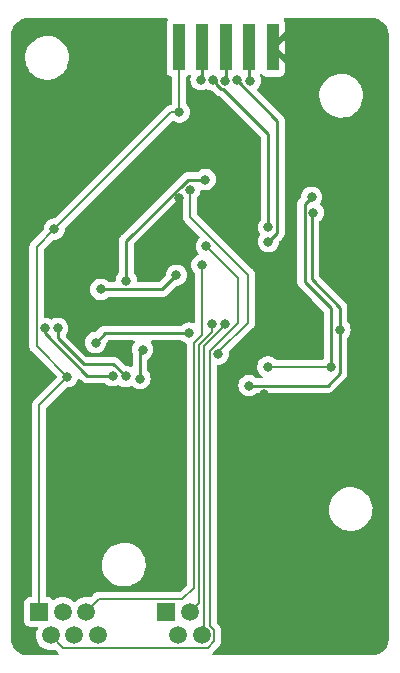
<source format=gbr>
%TF.GenerationSoftware,KiCad,Pcbnew,7.0.8-7.0.8~ubuntu22.04.1*%
%TF.CreationDate,2023-10-22T09:32:13-04:00*%
%TF.ProjectId,DDRN_Hardware,4444524e-5f48-4617-9264-776172652e6b,rev?*%
%TF.SameCoordinates,Original*%
%TF.FileFunction,Copper,L2,Bot*%
%TF.FilePolarity,Positive*%
%FSLAX46Y46*%
G04 Gerber Fmt 4.6, Leading zero omitted, Abs format (unit mm)*
G04 Created by KiCad (PCBNEW 7.0.8-7.0.8~ubuntu22.04.1) date 2023-10-22 09:32:13*
%MOMM*%
%LPD*%
G01*
G04 APERTURE LIST*
%TA.AperFunction,SMDPad,CuDef*%
%ADD10R,1.000000X4.000000*%
%TD*%
%TA.AperFunction,ComponentPad*%
%ADD11R,1.500000X1.500000*%
%TD*%
%TA.AperFunction,ComponentPad*%
%ADD12C,1.500000*%
%TD*%
%TA.AperFunction,ViaPad*%
%ADD13C,0.800000*%
%TD*%
%TA.AperFunction,Conductor*%
%ADD14C,0.200000*%
%TD*%
%TA.AperFunction,Conductor*%
%ADD15C,0.250000*%
%TD*%
G04 APERTURE END LIST*
D10*
%TO.P,J8,6,Pin_6*%
%TO.N,GND*%
X76290000Y-93935000D03*
%TO.P,J8,7,Pin_7*%
%TO.N,/USB_RX*%
X74290000Y-93935000D03*
%TO.P,J8,8,Pin_8*%
%TO.N,/USB_TX*%
X72290000Y-93935000D03*
%TO.P,J8,9,Pin_9*%
%TO.N,/RST*%
X70290000Y-93935000D03*
%TO.P,J8,10,Pin_10*%
%TO.N,/3v3*%
X68290000Y-93935000D03*
%TD*%
D11*
%TO.P,J5,1,Pin_1*%
%TO.N,/3v3*%
X56462500Y-141750000D03*
D12*
%TO.P,J5,2,Pin_2*%
%TO.N,/SiPM_Temp*%
X57462500Y-143750000D03*
%TO.P,J5,3,Pin_3*%
%TO.N,/SiPM_Bias*%
X58462500Y-141750000D03*
%TO.P,J5,4,Pin_4*%
%TO.N,GND*%
X59462500Y-143750000D03*
%TO.P,J5,5,Pin_5*%
%TO.N,/SiPM_Signal*%
X60462500Y-141750000D03*
%TO.P,J5,6,Pin_6*%
%TO.N,/V_BAT*%
X61462500Y-143750000D03*
%TD*%
%TO.P,J4,4,Pin_4*%
%TO.N,/Anneal_Enable*%
X70262500Y-143750000D03*
%TO.P,J4,3,Pin_3*%
%TO.N,/Stim_Enable*%
X69262500Y-141750000D03*
%TO.P,J4,2,Pin_2*%
%TO.N,GND*%
X68262500Y-143750000D03*
D11*
%TO.P,J4,1,Pin_1*%
%TO.N,/V_BAT*%
X67262500Y-141750000D03*
%TD*%
D13*
%TO.N,GND*%
X67662500Y-119650000D03*
%TO.N,/3v3*%
X69162500Y-118150000D03*
X61262500Y-118950000D03*
%TO.N,GND*%
X80462500Y-125350000D03*
X56062500Y-105650000D03*
%TO.N,/3v3*%
X68362500Y-99450000D03*
X57762500Y-109350000D03*
X58862500Y-121850000D03*
%TO.N,GND*%
X68300000Y-106700000D03*
X72200000Y-124950000D03*
X75400000Y-111700000D03*
X84400000Y-121300000D03*
X75550000Y-123350000D03*
X60462500Y-135150000D03*
%TO.N,/SiPM_Temp*%
X70650000Y-110800000D03*
%TO.N,/SiPM_Signal*%
X70250000Y-112400000D03*
%TO.N,/MISO*%
X68100000Y-113250000D03*
%TO.N,/ACCEL_INT*%
X69250000Y-106000000D03*
%TO.N,/Stim_Enable*%
X71150000Y-117350000D03*
%TO.N,/Anneal_Enable*%
X72250000Y-117350000D03*
%TO.N,GND*%
X67624258Y-116860856D03*
X79600000Y-117000000D03*
%TO.N,/SCL*%
X81950000Y-117850000D03*
X79675000Y-107950000D03*
X74250000Y-122600000D03*
%TO.N,/SDA*%
X79550000Y-106650000D03*
X75850000Y-121000000D03*
X81225000Y-121000000D03*
%TO.N,/ACCEL_INT*%
X71664950Y-119925000D03*
%TO.N,GND*%
X76050000Y-118100000D03*
X63150000Y-106700000D03*
%TO.N,/SWDIO*%
X75900000Y-110400000D03*
X73200000Y-96750000D03*
%TO.N,/SWCLK*%
X75900000Y-109200000D03*
X71192111Y-96751456D03*
%TO.N,/USB_RX*%
X74346971Y-96777794D03*
%TO.N,/USB_TX*%
X72191988Y-96767294D03*
%TO.N,/RST*%
X70193930Y-96691140D03*
%TO.N,/MISO*%
X61700000Y-114450000D03*
%TO.N,/MOSI*%
X63850000Y-113700000D03*
X70550000Y-105150000D03*
%TO.N,/Bias_CS*%
X65250113Y-119550000D03*
X65016958Y-121999504D03*
%TO.N,/SCK*%
X58050000Y-117750000D03*
X63800000Y-121822120D03*
%TO.N,/MOSI*%
X62712347Y-121759773D03*
X56962500Y-117750000D03*
%TD*%
D14*
%TO.N,/3v3*%
X58862500Y-121850000D02*
X56462500Y-124250000D01*
X56462500Y-124250000D02*
X56462500Y-141750000D01*
%TO.N,/SiPM_Temp*%
X58512500Y-144800000D02*
X70062500Y-144800000D01*
X71312500Y-144250000D02*
X70762500Y-144800000D01*
X70937580Y-119662420D02*
X70937580Y-142946824D01*
X70937580Y-142946824D02*
X71312500Y-143321744D01*
X71312500Y-143321744D02*
X71312500Y-144250000D01*
X70762500Y-144800000D02*
X70062500Y-144800000D01*
X57462500Y-143750000D02*
X58512500Y-144800000D01*
%TO.N,/Anneal_Enable*%
X70262500Y-143750000D02*
X70450000Y-143562500D01*
X70450000Y-143562500D02*
X70450000Y-119284314D01*
%TO.N,/SiPM_Signal*%
X69600000Y-138100000D02*
X69600000Y-137950000D01*
X69600000Y-137950000D02*
X69600000Y-119002943D01*
X60462500Y-141750000D02*
X61512500Y-140700000D01*
X61512500Y-140700000D02*
X68612500Y-140700000D01*
X68612500Y-140700000D02*
X69600000Y-139712500D01*
X69600000Y-139712500D02*
X69600000Y-137950000D01*
%TO.N,/Stim_Enable*%
X69262500Y-141750000D02*
X70050000Y-140962500D01*
X70050000Y-140962500D02*
X70050000Y-119118629D01*
X70050000Y-119118629D02*
X71150000Y-118018629D01*
X71150000Y-118018629D02*
X71150000Y-117350000D01*
D15*
%TO.N,/3v3*%
X62062500Y-118150000D02*
X61262500Y-118950000D01*
X69162500Y-118150000D02*
X62062500Y-118150000D01*
D14*
X68290000Y-93935000D02*
X68290000Y-99377500D01*
X68290000Y-99377500D02*
X68362500Y-99450000D01*
X57762500Y-109350000D02*
X67662500Y-99450000D01*
X67662500Y-99450000D02*
X68362500Y-99450000D01*
D15*
%TO.N,/MOSI*%
X56962500Y-118162500D02*
X56962500Y-117750000D01*
D14*
%TO.N,/3v3*%
X56262500Y-110850000D02*
X57762500Y-109350000D01*
D15*
%TO.N,/MOSI*%
X62712347Y-121759773D02*
X60559773Y-121759773D01*
D14*
%TO.N,/3v3*%
X56262500Y-119250000D02*
X56262500Y-110850000D01*
D15*
%TO.N,/MOSI*%
X60559773Y-121759773D02*
X56962500Y-118162500D01*
D14*
%TO.N,/3v3*%
X58862500Y-121850000D02*
X56262500Y-119250000D01*
%TO.N,/SiPM_Signal*%
X69600000Y-119002943D02*
X70250000Y-118352943D01*
%TO.N,/SiPM_Temp*%
X70937580Y-119662420D02*
X73300000Y-117300000D01*
X73300000Y-117300000D02*
X73300000Y-113450000D01*
X73300000Y-113450000D02*
X70650000Y-110800000D01*
%TO.N,/ACCEL_INT*%
X74150000Y-117300000D02*
X71664950Y-119785050D01*
X71664950Y-119785050D02*
X71664950Y-119925000D01*
%TO.N,/Anneal_Enable*%
X72250000Y-117350000D02*
X72250000Y-117484314D01*
%TO.N,/ACCEL_INT*%
X74150000Y-113200000D02*
X74150000Y-117300000D01*
X69250000Y-106000000D02*
X69250000Y-108300000D01*
%TO.N,/SiPM_Signal*%
X70250000Y-112400000D02*
X70250000Y-118352943D01*
%TO.N,/ACCEL_INT*%
X69250000Y-108300000D02*
X74150000Y-113200000D01*
%TO.N,/Anneal_Enable*%
X72250000Y-117484314D02*
X70450000Y-119284314D01*
D15*
%TO.N,/MISO*%
X61700000Y-114450000D02*
X66900000Y-114450000D01*
X66900000Y-114450000D02*
X68100000Y-113250000D01*
%TO.N,/MOSI*%
X69074695Y-105150000D02*
X70550000Y-105150000D01*
X63850000Y-113700000D02*
X63850000Y-110374695D01*
X63850000Y-110374695D02*
X69074695Y-105150000D01*
%TO.N,/Bias_CS*%
X65016958Y-121999504D02*
X65016958Y-119783155D01*
X65016958Y-119783155D02*
X65250113Y-119550000D01*
%TO.N,/SDA*%
X78950000Y-107250000D02*
X78950000Y-113800000D01*
X79550000Y-106650000D02*
X78950000Y-107250000D01*
X78950000Y-113800000D02*
X81200000Y-116050000D01*
%TO.N,/SCL*%
X81950000Y-121550000D02*
X80900000Y-122600000D01*
%TO.N,/SDA*%
X81200000Y-116050000D02*
X81200000Y-120975000D01*
X81200000Y-120975000D02*
X81225000Y-121000000D01*
D14*
X75850000Y-121000000D02*
X77900000Y-121000000D01*
X77900000Y-121000000D02*
X81225000Y-121000000D01*
D15*
%TO.N,/SCL*%
X81950000Y-117850000D02*
X81950000Y-121550000D01*
X79550000Y-113600000D02*
X81950000Y-116000000D01*
X81950000Y-116000000D02*
X81950000Y-117850000D01*
X79550000Y-113600000D02*
X79550000Y-108075000D01*
X79550000Y-108075000D02*
X79675000Y-107950000D01*
X74250000Y-122600000D02*
X80900000Y-122600000D01*
%TO.N,/SWCLK*%
X72089027Y-97492294D02*
X71891683Y-97492294D01*
%TO.N,/SWDIO*%
X76650000Y-100200000D02*
X76650000Y-107450000D01*
%TO.N,/USB_RX*%
X74290000Y-96720823D02*
X74346971Y-96777794D01*
%TO.N,/USB_TX*%
X72290000Y-96669282D02*
X72191988Y-96767294D01*
%TO.N,/SWCLK*%
X71348189Y-96751456D02*
X71192111Y-96751456D01*
%TO.N,/SWDIO*%
X73200000Y-96750000D02*
X76650000Y-100200000D01*
X76650000Y-107450000D02*
X76650000Y-109650000D01*
%TO.N,/SWCLK*%
X71466988Y-96870255D02*
X71348189Y-96751456D01*
X75900000Y-101303267D02*
X72089027Y-97492294D01*
%TO.N,/USB_TX*%
X72290000Y-93935000D02*
X72290000Y-96669282D01*
%TO.N,/SWCLK*%
X71891683Y-97492294D02*
X71466988Y-97067599D01*
X75900000Y-109200000D02*
X75900000Y-101303267D01*
%TO.N,/SWDIO*%
X76650000Y-109650000D02*
X75900000Y-110400000D01*
%TO.N,/USB_RX*%
X74290000Y-93935000D02*
X74290000Y-96720823D01*
%TO.N,/RST*%
X70290000Y-93935000D02*
X70290000Y-96595070D01*
%TO.N,/SWCLK*%
X71466988Y-97067599D02*
X71466988Y-96870255D01*
%TO.N,/RST*%
X70290000Y-96595070D02*
X70193930Y-96691140D01*
%TO.N,/SCK*%
X62777880Y-120800000D02*
X63800000Y-121822120D01*
X58050000Y-118600000D02*
X60250000Y-120800000D01*
X58050000Y-117750000D02*
X58050000Y-118600000D01*
X60250000Y-120800000D02*
X62777880Y-120800000D01*
%TD*%
%TA.AperFunction,Conductor*%
%TO.N,GND*%
G36*
X67347183Y-91469685D02*
G01*
X67392938Y-91522489D01*
X67402882Y-91591647D01*
X67379410Y-91648311D01*
X67376997Y-91651535D01*
X67346204Y-91692668D01*
X67346202Y-91692671D01*
X67295908Y-91827517D01*
X67289501Y-91887116D01*
X67289500Y-91887135D01*
X67289500Y-95982870D01*
X67289501Y-95982876D01*
X67295908Y-96042483D01*
X67346202Y-96177328D01*
X67346206Y-96177335D01*
X67432452Y-96292544D01*
X67432455Y-96292547D01*
X67547664Y-96378793D01*
X67547669Y-96378796D01*
X67608833Y-96401608D01*
X67664766Y-96443478D01*
X67689184Y-96508942D01*
X67689500Y-96517790D01*
X67689500Y-98732018D01*
X67669815Y-98799057D01*
X67617011Y-98844812D01*
X67581686Y-98854957D01*
X67526787Y-98862184D01*
X67505738Y-98864956D01*
X67505737Y-98864956D01*
X67359657Y-98925464D01*
X67234219Y-99021716D01*
X67212519Y-99049994D01*
X67207168Y-99056096D01*
X57850084Y-108413181D01*
X57788761Y-108446666D01*
X57762403Y-108449500D01*
X57667854Y-108449500D01*
X57635397Y-108456398D01*
X57482697Y-108488855D01*
X57482692Y-108488857D01*
X57309770Y-108565848D01*
X57309765Y-108565851D01*
X57156629Y-108677111D01*
X57029966Y-108817785D01*
X56935321Y-108981715D01*
X56935318Y-108981722D01*
X56876827Y-109161740D01*
X56876826Y-109161744D01*
X56857040Y-109350000D01*
X56857040Y-109350002D01*
X56857040Y-109354862D01*
X56837355Y-109421901D01*
X56820721Y-109442543D01*
X55868596Y-110394668D01*
X55862494Y-110400019D01*
X55834220Y-110421715D01*
X55745350Y-110537533D01*
X55737963Y-110547160D01*
X55677456Y-110693237D01*
X55677455Y-110693239D01*
X55656818Y-110849998D01*
X55656818Y-110849999D01*
X55661469Y-110885326D01*
X55662000Y-110893428D01*
X55662000Y-119206571D01*
X55661469Y-119214673D01*
X55656818Y-119249999D01*
X55656818Y-119250000D01*
X55662000Y-119289360D01*
X55677455Y-119406760D01*
X55677456Y-119406762D01*
X55737964Y-119552841D01*
X55834218Y-119678282D01*
X55862495Y-119699980D01*
X55868585Y-119705320D01*
X56949407Y-120786142D01*
X57920721Y-121757456D01*
X57954206Y-121818779D01*
X57957040Y-121845137D01*
X57957040Y-121854862D01*
X57937355Y-121921901D01*
X57920721Y-121942543D01*
X56068596Y-123794668D01*
X56062493Y-123800020D01*
X56034219Y-123821716D01*
X56010050Y-123853215D01*
X55937961Y-123947162D01*
X55937961Y-123947163D01*
X55877457Y-124093234D01*
X55877455Y-124093239D01*
X55856818Y-124249998D01*
X55856818Y-124249999D01*
X55861469Y-124285326D01*
X55862000Y-124293428D01*
X55862000Y-140375500D01*
X55842315Y-140442539D01*
X55789511Y-140488294D01*
X55738002Y-140499500D01*
X55664630Y-140499500D01*
X55664623Y-140499501D01*
X55605016Y-140505908D01*
X55470171Y-140556202D01*
X55470164Y-140556206D01*
X55354955Y-140642452D01*
X55354952Y-140642455D01*
X55268706Y-140757664D01*
X55268702Y-140757671D01*
X55218408Y-140892517D01*
X55212001Y-140952116D01*
X55212000Y-140952135D01*
X55212000Y-142547870D01*
X55212001Y-142547876D01*
X55218408Y-142607483D01*
X55268702Y-142742328D01*
X55268706Y-142742335D01*
X55354952Y-142857544D01*
X55354955Y-142857547D01*
X55470164Y-142943793D01*
X55470171Y-142943797D01*
X55605017Y-142994091D01*
X55605016Y-142994091D01*
X55611944Y-142994835D01*
X55664627Y-143000500D01*
X56237582Y-143000499D01*
X56304621Y-143020183D01*
X56350376Y-143072987D01*
X56360320Y-143142146D01*
X56349964Y-143176903D01*
X56282927Y-143320663D01*
X56282922Y-143320677D01*
X56226293Y-143532020D01*
X56226293Y-143532023D01*
X56207223Y-143750000D01*
X56224526Y-143947785D01*
X56226293Y-143967975D01*
X56226293Y-143967979D01*
X56282922Y-144179322D01*
X56282924Y-144179326D01*
X56282925Y-144179330D01*
X56315879Y-144250000D01*
X56375397Y-144377638D01*
X56381409Y-144386224D01*
X56500902Y-144556877D01*
X56655623Y-144711598D01*
X56834861Y-144837102D01*
X57033170Y-144929575D01*
X57244523Y-144986207D01*
X57414950Y-145001117D01*
X57462498Y-145005277D01*
X57462500Y-145005277D01*
X57462502Y-145005277D01*
X57490754Y-145002805D01*
X57680477Y-144986207D01*
X57744608Y-144969023D01*
X57814457Y-144970686D01*
X57864382Y-145001117D01*
X58057169Y-145193904D01*
X58062520Y-145200005D01*
X58071310Y-145211460D01*
X58084218Y-145228282D01*
X58089965Y-145234029D01*
X58088685Y-145235308D01*
X58123913Y-145283555D01*
X58128066Y-145353301D01*
X58093853Y-145414220D01*
X58032135Y-145446972D01*
X58007223Y-145449500D01*
X55602214Y-145449500D01*
X55597791Y-145449342D01*
X55564655Y-145446972D01*
X55530373Y-145444520D01*
X55383361Y-145432949D01*
X55375038Y-145431722D01*
X55280272Y-145411107D01*
X55163786Y-145383141D01*
X55156586Y-145380943D01*
X55060269Y-145345019D01*
X54954135Y-145301056D01*
X54948144Y-145298190D01*
X54857086Y-145248469D01*
X54854405Y-145246916D01*
X54759110Y-145188520D01*
X54754347Y-145185288D01*
X54670574Y-145122576D01*
X54667471Y-145120094D01*
X54583061Y-145048001D01*
X54579485Y-145044695D01*
X54505303Y-144970513D01*
X54501997Y-144966937D01*
X54501992Y-144966931D01*
X54429898Y-144882520D01*
X54427430Y-144879434D01*
X54364701Y-144795638D01*
X54361487Y-144790901D01*
X54303079Y-144695588D01*
X54301546Y-144692943D01*
X54251802Y-144601841D01*
X54248945Y-144595870D01*
X54204983Y-144489737D01*
X54169052Y-144393404D01*
X54166860Y-144386224D01*
X54138900Y-144269764D01*
X54118275Y-144174953D01*
X54117051Y-144166651D01*
X54105480Y-144019626D01*
X54100658Y-143952211D01*
X54100500Y-143947787D01*
X54100500Y-94917763D01*
X55308287Y-94917763D01*
X55337913Y-95187013D01*
X55337915Y-95187024D01*
X55406426Y-95449082D01*
X55406428Y-95449088D01*
X55512370Y-95698390D01*
X55584498Y-95816575D01*
X55653479Y-95929605D01*
X55653486Y-95929615D01*
X55826753Y-96137819D01*
X55826759Y-96137824D01*
X55931740Y-96231887D01*
X56028498Y-96318582D01*
X56254410Y-96468044D01*
X56499676Y-96583020D01*
X56499683Y-96583022D01*
X56499685Y-96583023D01*
X56759057Y-96661057D01*
X56759064Y-96661058D01*
X56759069Y-96661060D01*
X57027061Y-96700500D01*
X57027066Y-96700500D01*
X57230136Y-96700500D01*
X57281633Y-96696730D01*
X57432656Y-96685677D01*
X57545258Y-96660593D01*
X57697046Y-96626782D01*
X57697048Y-96626781D01*
X57697053Y-96626780D01*
X57950058Y-96530014D01*
X58186277Y-96397441D01*
X58400677Y-96231888D01*
X58588686Y-96036881D01*
X58746299Y-95816579D01*
X58820287Y-95672669D01*
X58870149Y-95575690D01*
X58870151Y-95575684D01*
X58870156Y-95575675D01*
X58957618Y-95319305D01*
X59006819Y-95052933D01*
X59016712Y-94782235D01*
X58987086Y-94512982D01*
X58918572Y-94250912D01*
X58812630Y-94001610D01*
X58671518Y-93770390D01*
X58582247Y-93663119D01*
X58498246Y-93562180D01*
X58498240Y-93562175D01*
X58296502Y-93381418D01*
X58070592Y-93231957D01*
X58070590Y-93231956D01*
X57825324Y-93116980D01*
X57825319Y-93116978D01*
X57825314Y-93116976D01*
X57565942Y-93038942D01*
X57565928Y-93038939D01*
X57450291Y-93021921D01*
X57297939Y-92999500D01*
X57094869Y-92999500D01*
X57094864Y-92999500D01*
X56892344Y-93014323D01*
X56892331Y-93014325D01*
X56627953Y-93073217D01*
X56627946Y-93073220D01*
X56374939Y-93169987D01*
X56138726Y-93302557D01*
X55924322Y-93468112D01*
X55736322Y-93663109D01*
X55736316Y-93663116D01*
X55578702Y-93883419D01*
X55578699Y-93883424D01*
X55454850Y-94124309D01*
X55454843Y-94124327D01*
X55367384Y-94380685D01*
X55367381Y-94380699D01*
X55318181Y-94647068D01*
X55318180Y-94647075D01*
X55308287Y-94917763D01*
X54100500Y-94917763D01*
X54100500Y-92952212D01*
X54100658Y-92947788D01*
X54105480Y-92880373D01*
X54106282Y-92870170D01*
X54117051Y-92733344D01*
X54118275Y-92725051D01*
X54138902Y-92630231D01*
X54166862Y-92513766D01*
X54169049Y-92506604D01*
X54204989Y-92410246D01*
X54248951Y-92304114D01*
X54251794Y-92298172D01*
X54301566Y-92207021D01*
X54303058Y-92204446D01*
X54361499Y-92109077D01*
X54364687Y-92104380D01*
X54427458Y-92020527D01*
X54429873Y-92017508D01*
X54502020Y-91933036D01*
X54505278Y-91929511D01*
X54579511Y-91855278D01*
X54583036Y-91852020D01*
X54667508Y-91779873D01*
X54670527Y-91777458D01*
X54754380Y-91714687D01*
X54759077Y-91711499D01*
X54854446Y-91653058D01*
X54857021Y-91651566D01*
X54948172Y-91601794D01*
X54954114Y-91598951D01*
X55060246Y-91554989D01*
X55156604Y-91519049D01*
X55163766Y-91516862D01*
X55280243Y-91488899D01*
X55375051Y-91468275D01*
X55383344Y-91467051D01*
X55530235Y-91455489D01*
X55597792Y-91450657D01*
X55602213Y-91450500D01*
X55651171Y-91450500D01*
X55651767Y-91450433D01*
X55989400Y-91450000D01*
X67280144Y-91450000D01*
X67347183Y-91469685D01*
G37*
%TD.AperFunction*%
%TA.AperFunction,Conductor*%
G36*
X84548287Y-91450392D02*
G01*
X84548649Y-91450500D01*
X84597787Y-91450500D01*
X84602207Y-91450657D01*
X84669755Y-91455489D01*
X84816644Y-91467049D01*
X84824947Y-91468274D01*
X84919760Y-91488899D01*
X85036225Y-91516860D01*
X85043401Y-91519051D01*
X85139737Y-91554983D01*
X85207007Y-91582847D01*
X85245856Y-91598939D01*
X85251847Y-91601805D01*
X85342937Y-91651543D01*
X85345580Y-91653073D01*
X85440903Y-91711488D01*
X85445643Y-91714705D01*
X85529440Y-91777435D01*
X85532520Y-91779898D01*
X85616937Y-91851997D01*
X85620513Y-91855303D01*
X85694695Y-91929485D01*
X85698001Y-91933061D01*
X85770094Y-92017471D01*
X85772576Y-92020574D01*
X85835289Y-92104349D01*
X85838521Y-92109111D01*
X85896910Y-92204393D01*
X85898463Y-92207076D01*
X85948193Y-92298151D01*
X85951059Y-92304141D01*
X85995016Y-92410260D01*
X86030942Y-92506582D01*
X86033140Y-92513781D01*
X86061098Y-92630231D01*
X86081723Y-92725044D01*
X86082950Y-92733367D01*
X86094517Y-92880331D01*
X86099342Y-92947789D01*
X86099500Y-92952213D01*
X86099500Y-143947785D01*
X86099342Y-143952209D01*
X86094521Y-144019621D01*
X86082950Y-144166636D01*
X86081722Y-144174959D01*
X86061102Y-144269751D01*
X86033142Y-144386213D01*
X86030944Y-144393412D01*
X85995016Y-144489742D01*
X85951055Y-144595866D01*
X85948189Y-144601857D01*
X85898464Y-144692923D01*
X85896911Y-144695605D01*
X85838525Y-144790883D01*
X85835292Y-144795646D01*
X85772569Y-144879434D01*
X85770080Y-144882544D01*
X85698008Y-144966931D01*
X85694702Y-144970507D01*
X85620507Y-145044702D01*
X85616931Y-145048008D01*
X85532544Y-145120080D01*
X85529434Y-145122569D01*
X85445646Y-145185292D01*
X85440883Y-145188525D01*
X85345605Y-145246911D01*
X85342923Y-145248464D01*
X85251857Y-145298189D01*
X85245866Y-145301055D01*
X85139742Y-145345016D01*
X85043412Y-145380944D01*
X85036213Y-145383142D01*
X84919751Y-145411102D01*
X84824959Y-145431722D01*
X84816636Y-145432950D01*
X84669723Y-145444513D01*
X84602210Y-145449342D01*
X84597786Y-145449500D01*
X71267778Y-145449500D01*
X71200739Y-145429815D01*
X71154984Y-145377011D01*
X71145040Y-145307853D01*
X71174065Y-145244297D01*
X71186229Y-145232835D01*
X71190778Y-145228286D01*
X71190779Y-145228283D01*
X71190782Y-145228282D01*
X71212484Y-145199998D01*
X71217810Y-145193923D01*
X71706416Y-144705318D01*
X71712506Y-144699977D01*
X71740782Y-144678282D01*
X71837036Y-144552841D01*
X71897544Y-144406762D01*
X71913000Y-144289361D01*
X71918182Y-144250000D01*
X71913530Y-144214669D01*
X71913000Y-144206571D01*
X71913000Y-143365172D01*
X71913531Y-143357070D01*
X71918182Y-143321743D01*
X71918182Y-143321742D01*
X71897544Y-143164983D01*
X71897542Y-143164978D01*
X71837038Y-143018907D01*
X71837038Y-143018906D01*
X71837036Y-143018903D01*
X71817997Y-142994091D01*
X71740782Y-142893462D01*
X71712505Y-142871764D01*
X71706404Y-142866413D01*
X71574399Y-142734408D01*
X71540914Y-142673085D01*
X71538080Y-142646727D01*
X71538080Y-133117763D01*
X81008287Y-133117763D01*
X81037913Y-133387013D01*
X81037915Y-133387024D01*
X81106426Y-133649082D01*
X81106428Y-133649088D01*
X81212370Y-133898390D01*
X81284498Y-134016575D01*
X81353479Y-134129605D01*
X81353486Y-134129615D01*
X81526753Y-134337819D01*
X81526759Y-134337824D01*
X81728498Y-134518582D01*
X81954410Y-134668044D01*
X82199676Y-134783020D01*
X82199683Y-134783022D01*
X82199685Y-134783023D01*
X82459057Y-134861057D01*
X82459064Y-134861058D01*
X82459069Y-134861060D01*
X82727061Y-134900500D01*
X82727066Y-134900500D01*
X82930136Y-134900500D01*
X82981633Y-134896730D01*
X83132656Y-134885677D01*
X83245258Y-134860593D01*
X83397046Y-134826782D01*
X83397048Y-134826781D01*
X83397053Y-134826780D01*
X83650058Y-134730014D01*
X83886277Y-134597441D01*
X84100677Y-134431888D01*
X84288686Y-134236881D01*
X84446299Y-134016579D01*
X84520287Y-133872669D01*
X84570149Y-133775690D01*
X84570151Y-133775684D01*
X84570156Y-133775675D01*
X84657618Y-133519305D01*
X84706819Y-133252933D01*
X84716712Y-132982235D01*
X84687086Y-132712982D01*
X84618572Y-132450912D01*
X84512630Y-132201610D01*
X84371518Y-131970390D01*
X84282247Y-131863119D01*
X84198246Y-131762180D01*
X84198240Y-131762175D01*
X83996502Y-131581418D01*
X83770592Y-131431957D01*
X83770590Y-131431956D01*
X83525324Y-131316980D01*
X83525319Y-131316978D01*
X83525314Y-131316976D01*
X83265942Y-131238942D01*
X83265928Y-131238939D01*
X83150291Y-131221921D01*
X82997939Y-131199500D01*
X82794869Y-131199500D01*
X82794864Y-131199500D01*
X82592344Y-131214323D01*
X82592331Y-131214325D01*
X82327953Y-131273217D01*
X82327946Y-131273220D01*
X82074939Y-131369987D01*
X81838726Y-131502557D01*
X81624322Y-131668112D01*
X81436322Y-131863109D01*
X81436316Y-131863116D01*
X81278702Y-132083419D01*
X81278699Y-132083424D01*
X81154850Y-132324309D01*
X81154843Y-132324327D01*
X81067384Y-132580685D01*
X81067381Y-132580699D01*
X81018181Y-132847068D01*
X81018180Y-132847075D01*
X81008287Y-133117763D01*
X71538080Y-133117763D01*
X71538080Y-122600000D01*
X73344540Y-122600000D01*
X73364326Y-122788256D01*
X73364327Y-122788259D01*
X73422818Y-122968277D01*
X73422821Y-122968284D01*
X73517467Y-123132216D01*
X73638401Y-123266526D01*
X73644129Y-123272888D01*
X73797265Y-123384148D01*
X73797270Y-123384151D01*
X73970192Y-123461142D01*
X73970197Y-123461144D01*
X74155354Y-123500500D01*
X74155355Y-123500500D01*
X74344644Y-123500500D01*
X74344646Y-123500500D01*
X74529803Y-123461144D01*
X74702730Y-123384151D01*
X74855871Y-123272888D01*
X74858788Y-123269647D01*
X74861600Y-123266526D01*
X74921087Y-123229879D01*
X74953748Y-123225500D01*
X80817257Y-123225500D01*
X80832877Y-123227224D01*
X80832904Y-123226939D01*
X80840660Y-123227671D01*
X80840667Y-123227673D01*
X80909814Y-123225500D01*
X80939350Y-123225500D01*
X80946228Y-123224630D01*
X80952041Y-123224172D01*
X80998627Y-123222709D01*
X81017869Y-123217117D01*
X81036912Y-123213174D01*
X81056792Y-123210664D01*
X81100122Y-123193507D01*
X81105646Y-123191617D01*
X81109396Y-123190527D01*
X81150390Y-123178618D01*
X81167629Y-123168422D01*
X81185103Y-123159862D01*
X81203727Y-123152488D01*
X81203727Y-123152487D01*
X81203732Y-123152486D01*
X81241449Y-123125082D01*
X81246305Y-123121892D01*
X81286420Y-123098170D01*
X81300589Y-123083999D01*
X81315379Y-123071368D01*
X81331587Y-123059594D01*
X81361299Y-123023676D01*
X81365212Y-123019376D01*
X82333787Y-122050802D01*
X82346042Y-122040986D01*
X82345859Y-122040764D01*
X82351866Y-122035792D01*
X82351877Y-122035786D01*
X82385948Y-121999504D01*
X82399227Y-121985364D01*
X82409671Y-121974918D01*
X82420120Y-121964471D01*
X82424379Y-121958978D01*
X82428152Y-121954561D01*
X82460062Y-121920582D01*
X82469713Y-121903024D01*
X82480396Y-121886761D01*
X82492673Y-121870936D01*
X82511185Y-121828153D01*
X82513738Y-121822941D01*
X82536197Y-121782092D01*
X82541180Y-121762680D01*
X82547481Y-121744280D01*
X82555437Y-121725896D01*
X82562729Y-121679852D01*
X82563906Y-121674171D01*
X82575500Y-121629019D01*
X82575500Y-121608983D01*
X82577027Y-121589582D01*
X82580160Y-121569804D01*
X82575775Y-121523415D01*
X82575500Y-121517577D01*
X82575500Y-118548687D01*
X82595185Y-118481648D01*
X82607350Y-118465715D01*
X82625891Y-118445122D01*
X82682533Y-118382216D01*
X82777179Y-118218284D01*
X82835674Y-118038256D01*
X82855460Y-117850000D01*
X82835674Y-117661744D01*
X82777179Y-117481716D01*
X82682533Y-117317784D01*
X82678135Y-117312900D01*
X82607350Y-117234284D01*
X82577120Y-117171292D01*
X82575500Y-117151312D01*
X82575500Y-116082742D01*
X82577224Y-116067122D01*
X82576939Y-116067095D01*
X82577673Y-116059333D01*
X82575500Y-115990172D01*
X82575500Y-115960656D01*
X82575500Y-115960650D01*
X82574631Y-115953779D01*
X82574173Y-115947952D01*
X82572710Y-115901373D01*
X82567119Y-115882130D01*
X82563173Y-115863078D01*
X82560664Y-115843208D01*
X82543504Y-115799867D01*
X82541624Y-115794379D01*
X82528618Y-115749610D01*
X82518422Y-115732370D01*
X82509861Y-115714894D01*
X82502487Y-115696270D01*
X82502486Y-115696268D01*
X82475079Y-115658545D01*
X82471888Y-115653686D01*
X82448172Y-115613583D01*
X82448165Y-115613574D01*
X82434006Y-115599415D01*
X82421368Y-115584619D01*
X82409594Y-115568413D01*
X82373688Y-115538709D01*
X82369376Y-115534786D01*
X80211819Y-113377228D01*
X80178334Y-113315905D01*
X80175500Y-113289547D01*
X80175500Y-108762625D01*
X80195185Y-108695586D01*
X80226616Y-108662306D01*
X80280871Y-108622888D01*
X80407533Y-108482216D01*
X80502179Y-108318284D01*
X80560674Y-108138256D01*
X80580460Y-107950000D01*
X80560674Y-107761744D01*
X80502179Y-107581716D01*
X80407533Y-107417784D01*
X80308781Y-107308109D01*
X80278553Y-107245121D01*
X80287178Y-107175786D01*
X80293542Y-107163146D01*
X80377179Y-107018284D01*
X80435674Y-106838256D01*
X80455460Y-106650000D01*
X80435674Y-106461744D01*
X80377179Y-106281716D01*
X80282533Y-106117784D01*
X80155871Y-105977112D01*
X80155870Y-105977111D01*
X80002734Y-105865851D01*
X80002729Y-105865848D01*
X79829807Y-105788857D01*
X79829802Y-105788855D01*
X79684001Y-105757865D01*
X79644646Y-105749500D01*
X79455354Y-105749500D01*
X79422897Y-105756398D01*
X79270197Y-105788855D01*
X79270192Y-105788857D01*
X79097270Y-105865848D01*
X79097265Y-105865851D01*
X78944129Y-105977111D01*
X78817466Y-106117785D01*
X78722821Y-106281715D01*
X78722818Y-106281722D01*
X78664327Y-106461740D01*
X78664326Y-106461744D01*
X78653623Y-106563578D01*
X78646679Y-106629649D01*
X78620094Y-106694263D01*
X78611039Y-106704368D01*
X78566208Y-106749199D01*
X78553951Y-106759020D01*
X78554134Y-106759241D01*
X78548123Y-106764213D01*
X78500772Y-106814636D01*
X78479889Y-106835519D01*
X78479877Y-106835532D01*
X78475621Y-106841017D01*
X78471837Y-106845447D01*
X78439937Y-106879418D01*
X78439936Y-106879420D01*
X78430284Y-106896976D01*
X78419610Y-106913226D01*
X78407329Y-106929061D01*
X78407324Y-106929068D01*
X78388815Y-106971838D01*
X78386245Y-106977084D01*
X78363803Y-107017906D01*
X78358822Y-107037307D01*
X78352521Y-107055710D01*
X78344562Y-107074102D01*
X78344561Y-107074105D01*
X78337271Y-107120127D01*
X78336087Y-107125846D01*
X78324501Y-107170972D01*
X78324500Y-107170982D01*
X78324500Y-107191016D01*
X78322973Y-107210415D01*
X78319840Y-107230194D01*
X78319840Y-107230195D01*
X78324225Y-107276583D01*
X78324500Y-107282421D01*
X78324500Y-113717255D01*
X78322775Y-113732872D01*
X78323061Y-113732899D01*
X78322326Y-113740665D01*
X78324500Y-113809814D01*
X78324500Y-113839343D01*
X78324501Y-113839360D01*
X78325368Y-113846231D01*
X78325826Y-113852050D01*
X78327290Y-113898624D01*
X78327291Y-113898627D01*
X78332880Y-113917867D01*
X78336824Y-113936911D01*
X78339336Y-113956791D01*
X78356490Y-114000119D01*
X78358382Y-114005647D01*
X78371381Y-114050388D01*
X78381580Y-114067634D01*
X78390138Y-114085103D01*
X78397514Y-114103732D01*
X78424898Y-114141423D01*
X78428106Y-114146307D01*
X78451827Y-114186416D01*
X78451833Y-114186424D01*
X78465990Y-114200580D01*
X78478628Y-114215376D01*
X78490405Y-114231586D01*
X78490406Y-114231587D01*
X78526309Y-114261288D01*
X78530620Y-114265210D01*
X79576552Y-115311142D01*
X80538181Y-116272771D01*
X80571666Y-116334094D01*
X80574500Y-116360452D01*
X80574500Y-120275500D01*
X80554815Y-120342539D01*
X80502011Y-120388294D01*
X80450500Y-120399500D01*
X76576258Y-120399500D01*
X76509219Y-120379815D01*
X76484109Y-120358473D01*
X76455871Y-120327112D01*
X76455864Y-120327106D01*
X76302734Y-120215851D01*
X76302729Y-120215848D01*
X76129807Y-120138857D01*
X76129802Y-120138855D01*
X75984001Y-120107865D01*
X75944646Y-120099500D01*
X75755354Y-120099500D01*
X75722897Y-120106398D01*
X75570197Y-120138855D01*
X75570192Y-120138857D01*
X75397270Y-120215848D01*
X75397265Y-120215851D01*
X75244129Y-120327111D01*
X75117466Y-120467785D01*
X75022821Y-120631715D01*
X75022818Y-120631722D01*
X74972644Y-120786144D01*
X74964326Y-120811744D01*
X74944540Y-121000000D01*
X74964326Y-121188256D01*
X74964327Y-121188259D01*
X75022818Y-121368277D01*
X75022821Y-121368284D01*
X75117467Y-121532216D01*
X75244128Y-121672887D01*
X75244129Y-121672888D01*
X75350515Y-121750182D01*
X75393181Y-121805512D01*
X75399160Y-121875125D01*
X75366554Y-121936920D01*
X75305716Y-121971277D01*
X75277630Y-121974500D01*
X74953748Y-121974500D01*
X74886709Y-121954815D01*
X74861600Y-121933474D01*
X74855873Y-121927114D01*
X74855869Y-121927110D01*
X74702734Y-121815851D01*
X74702729Y-121815848D01*
X74529807Y-121738857D01*
X74529802Y-121738855D01*
X74384001Y-121707865D01*
X74344646Y-121699500D01*
X74155354Y-121699500D01*
X74122897Y-121706398D01*
X73970197Y-121738855D01*
X73970192Y-121738857D01*
X73797270Y-121815848D01*
X73797265Y-121815851D01*
X73644129Y-121927111D01*
X73517466Y-122067785D01*
X73422821Y-122231715D01*
X73422818Y-122231722D01*
X73366531Y-122404958D01*
X73364326Y-122411744D01*
X73344540Y-122600000D01*
X71538080Y-122600000D01*
X71538080Y-120949500D01*
X71557765Y-120882461D01*
X71610569Y-120836706D01*
X71662080Y-120825500D01*
X71759594Y-120825500D01*
X71759596Y-120825500D01*
X71944753Y-120786144D01*
X72117680Y-120709151D01*
X72270821Y-120597888D01*
X72397483Y-120457216D01*
X72492129Y-120293284D01*
X72550624Y-120113256D01*
X72570410Y-119925000D01*
X72557934Y-119806301D01*
X72570503Y-119737572D01*
X72593571Y-119705662D01*
X74543922Y-117755311D01*
X74549999Y-117749983D01*
X74578282Y-117728282D01*
X74674536Y-117602841D01*
X74735044Y-117456762D01*
X74750500Y-117339361D01*
X74755682Y-117300000D01*
X74751030Y-117264669D01*
X74750500Y-117256571D01*
X74750500Y-113243428D01*
X74751031Y-113235326D01*
X74751779Y-113229649D01*
X74755682Y-113200000D01*
X74735044Y-113043238D01*
X74674536Y-112897159D01*
X74674535Y-112897158D01*
X74674535Y-112897157D01*
X74601463Y-112801927D01*
X74601448Y-112801909D01*
X74578281Y-112771717D01*
X74550013Y-112750026D01*
X74543917Y-112744681D01*
X69886819Y-108087583D01*
X69853334Y-108026260D01*
X69850500Y-107999902D01*
X69850500Y-106726452D01*
X69870185Y-106659413D01*
X69882350Y-106643480D01*
X69887302Y-106637980D01*
X69982533Y-106532216D01*
X70077179Y-106368284D01*
X70135674Y-106188256D01*
X70142426Y-106124004D01*
X70169010Y-106059392D01*
X70226308Y-106019407D01*
X70291528Y-106015678D01*
X70455354Y-106050500D01*
X70455355Y-106050500D01*
X70644644Y-106050500D01*
X70644646Y-106050500D01*
X70829803Y-106011144D01*
X71002730Y-105934151D01*
X71155871Y-105822888D01*
X71282533Y-105682216D01*
X71377179Y-105518284D01*
X71435674Y-105338256D01*
X71455460Y-105150000D01*
X71435674Y-104961744D01*
X71377179Y-104781716D01*
X71282533Y-104617784D01*
X71155871Y-104477112D01*
X71155870Y-104477111D01*
X71002734Y-104365851D01*
X71002729Y-104365848D01*
X70829807Y-104288857D01*
X70829802Y-104288855D01*
X70684001Y-104257865D01*
X70644646Y-104249500D01*
X70455354Y-104249500D01*
X70422897Y-104256398D01*
X70270197Y-104288855D01*
X70270192Y-104288857D01*
X70097270Y-104365848D01*
X70097265Y-104365851D01*
X69944130Y-104477110D01*
X69944126Y-104477114D01*
X69938400Y-104483474D01*
X69878913Y-104520121D01*
X69846252Y-104524500D01*
X69157438Y-104524500D01*
X69141817Y-104522775D01*
X69141790Y-104523061D01*
X69134028Y-104522326D01*
X69064867Y-104524500D01*
X69035344Y-104524500D01*
X69028473Y-104525367D01*
X69022654Y-104525825D01*
X68976069Y-104527289D01*
X68976063Y-104527290D01*
X68956821Y-104532880D01*
X68937782Y-104536823D01*
X68917912Y-104539334D01*
X68917898Y-104539337D01*
X68874578Y-104556488D01*
X68869053Y-104558380D01*
X68824308Y-104571380D01*
X68824305Y-104571381D01*
X68807061Y-104581579D01*
X68789600Y-104590133D01*
X68770969Y-104597510D01*
X68770957Y-104597517D01*
X68733265Y-104624902D01*
X68728382Y-104628109D01*
X68688275Y-104651829D01*
X68674109Y-104665995D01*
X68659319Y-104678627D01*
X68643109Y-104690404D01*
X68643106Y-104690407D01*
X68613405Y-104726309D01*
X68609472Y-104730631D01*
X63466208Y-109873894D01*
X63453951Y-109883715D01*
X63454134Y-109883936D01*
X63448123Y-109888908D01*
X63400772Y-109939331D01*
X63379889Y-109960214D01*
X63379877Y-109960227D01*
X63375621Y-109965712D01*
X63371837Y-109970142D01*
X63339937Y-110004113D01*
X63339936Y-110004115D01*
X63330284Y-110021671D01*
X63319610Y-110037921D01*
X63307329Y-110053756D01*
X63307324Y-110053763D01*
X63288815Y-110096533D01*
X63286245Y-110101779D01*
X63263803Y-110142601D01*
X63258822Y-110162002D01*
X63252521Y-110180405D01*
X63244562Y-110198797D01*
X63244561Y-110198800D01*
X63237271Y-110244822D01*
X63236087Y-110250541D01*
X63224501Y-110295667D01*
X63224500Y-110295677D01*
X63224500Y-110315711D01*
X63222973Y-110335110D01*
X63219840Y-110354889D01*
X63219840Y-110354890D01*
X63224225Y-110401278D01*
X63224500Y-110407116D01*
X63224500Y-113001312D01*
X63204815Y-113068351D01*
X63192650Y-113084284D01*
X63117466Y-113167784D01*
X63022821Y-113331715D01*
X63022818Y-113331722D01*
X62964327Y-113511740D01*
X62964326Y-113511744D01*
X62948129Y-113665851D01*
X62944540Y-113700002D01*
X62944540Y-113700500D01*
X62944458Y-113700777D01*
X62943861Y-113706463D01*
X62942821Y-113706353D01*
X62924855Y-113767539D01*
X62872051Y-113813294D01*
X62820540Y-113824500D01*
X62403748Y-113824500D01*
X62336709Y-113804815D01*
X62311600Y-113783474D01*
X62305873Y-113777114D01*
X62305869Y-113777110D01*
X62152734Y-113665851D01*
X62152729Y-113665848D01*
X61979807Y-113588857D01*
X61979802Y-113588855D01*
X61834001Y-113557865D01*
X61794646Y-113549500D01*
X61605354Y-113549500D01*
X61572897Y-113556398D01*
X61420197Y-113588855D01*
X61420192Y-113588857D01*
X61247270Y-113665848D01*
X61247265Y-113665851D01*
X61094129Y-113777111D01*
X60967466Y-113917785D01*
X60872821Y-114081715D01*
X60872818Y-114081722D01*
X60814474Y-114261288D01*
X60814326Y-114261744D01*
X60794540Y-114450000D01*
X60814326Y-114638256D01*
X60814327Y-114638259D01*
X60872818Y-114818277D01*
X60872821Y-114818284D01*
X60967467Y-114982216D01*
X61088401Y-115116526D01*
X61094129Y-115122888D01*
X61247265Y-115234148D01*
X61247270Y-115234151D01*
X61420192Y-115311142D01*
X61420197Y-115311144D01*
X61605354Y-115350500D01*
X61605355Y-115350500D01*
X61794644Y-115350500D01*
X61794646Y-115350500D01*
X61979803Y-115311144D01*
X62152730Y-115234151D01*
X62305871Y-115122888D01*
X62308788Y-115119647D01*
X62311600Y-115116526D01*
X62371087Y-115079879D01*
X62403748Y-115075500D01*
X66817257Y-115075500D01*
X66832877Y-115077224D01*
X66832904Y-115076939D01*
X66840660Y-115077671D01*
X66840667Y-115077673D01*
X66909814Y-115075500D01*
X66939350Y-115075500D01*
X66946228Y-115074630D01*
X66952041Y-115074172D01*
X66998627Y-115072709D01*
X67017869Y-115067117D01*
X67036912Y-115063174D01*
X67056792Y-115060664D01*
X67100122Y-115043507D01*
X67105646Y-115041617D01*
X67109396Y-115040527D01*
X67150390Y-115028618D01*
X67167629Y-115018422D01*
X67185103Y-115009862D01*
X67203727Y-115002488D01*
X67203727Y-115002487D01*
X67203732Y-115002486D01*
X67241449Y-114975082D01*
X67246305Y-114971892D01*
X67286420Y-114948170D01*
X67300589Y-114933999D01*
X67315379Y-114921368D01*
X67331587Y-114909594D01*
X67361299Y-114873676D01*
X67365212Y-114869376D01*
X68047772Y-114186819D01*
X68109095Y-114153334D01*
X68135453Y-114150500D01*
X68194644Y-114150500D01*
X68194646Y-114150500D01*
X68379803Y-114111144D01*
X68552730Y-114034151D01*
X68705871Y-113922888D01*
X68832533Y-113782216D01*
X68927179Y-113618284D01*
X68985674Y-113438256D01*
X69005460Y-113250000D01*
X68985674Y-113061744D01*
X68927179Y-112881716D01*
X68832533Y-112717784D01*
X68705871Y-112577112D01*
X68705870Y-112577111D01*
X68552734Y-112465851D01*
X68552729Y-112465848D01*
X68379807Y-112388857D01*
X68379802Y-112388855D01*
X68234001Y-112357865D01*
X68194646Y-112349500D01*
X68005354Y-112349500D01*
X67972897Y-112356398D01*
X67820197Y-112388855D01*
X67820192Y-112388857D01*
X67647270Y-112465848D01*
X67647265Y-112465851D01*
X67494129Y-112577111D01*
X67367466Y-112717785D01*
X67272821Y-112881715D01*
X67272818Y-112881722D01*
X67220260Y-113043480D01*
X67214326Y-113061744D01*
X67207525Y-113126452D01*
X67196679Y-113229649D01*
X67170094Y-113294263D01*
X67161039Y-113304368D01*
X66677228Y-113788181D01*
X66615905Y-113821666D01*
X66589547Y-113824500D01*
X64879460Y-113824500D01*
X64812421Y-113804815D01*
X64766666Y-113752011D01*
X64756743Y-113706399D01*
X64756139Y-113706463D01*
X64755561Y-113700964D01*
X64755460Y-113700500D01*
X64755460Y-113700002D01*
X64755327Y-113698735D01*
X64735674Y-113511744D01*
X64677179Y-113331716D01*
X64582533Y-113167784D01*
X64507350Y-113084284D01*
X64477120Y-113021292D01*
X64475500Y-113001312D01*
X64475500Y-110685146D01*
X64495185Y-110618107D01*
X64511814Y-110597470D01*
X68437819Y-106671464D01*
X68499142Y-106637980D01*
X68568834Y-106642964D01*
X68624767Y-106684836D01*
X68649184Y-106750300D01*
X68649500Y-106759146D01*
X68649500Y-108256571D01*
X68648969Y-108264673D01*
X68644318Y-108299999D01*
X68644318Y-108300000D01*
X68649500Y-108339360D01*
X68664955Y-108456760D01*
X68664956Y-108456762D01*
X68725464Y-108602841D01*
X68821718Y-108728282D01*
X68849995Y-108749980D01*
X68856085Y-108755320D01*
X69455627Y-109354862D01*
X70048420Y-109947655D01*
X70081905Y-110008978D01*
X70076921Y-110078670D01*
X70047720Y-110121600D01*
X70048477Y-110122282D01*
X69917466Y-110267785D01*
X69822821Y-110431715D01*
X69822818Y-110431722D01*
X69764327Y-110611740D01*
X69764326Y-110611744D01*
X69744540Y-110800000D01*
X69764326Y-110988256D01*
X69764327Y-110988259D01*
X69822818Y-111168277D01*
X69822821Y-111168284D01*
X69917467Y-111332216D01*
X69933142Y-111349625D01*
X69951171Y-111369649D01*
X69981400Y-111432641D01*
X69972774Y-111501976D01*
X69928032Y-111555641D01*
X69909457Y-111565899D01*
X69797267Y-111615850D01*
X69797265Y-111615851D01*
X69644129Y-111727111D01*
X69517466Y-111867785D01*
X69422821Y-112031715D01*
X69422818Y-112031722D01*
X69364327Y-112211740D01*
X69364326Y-112211744D01*
X69344540Y-112400000D01*
X69364326Y-112588256D01*
X69364327Y-112588259D01*
X69422818Y-112768277D01*
X69422821Y-112768284D01*
X69517467Y-112932216D01*
X69597672Y-113021292D01*
X69617650Y-113043480D01*
X69647880Y-113106471D01*
X69649500Y-113126452D01*
X69649500Y-117190162D01*
X69629815Y-117257201D01*
X69577011Y-117302956D01*
X69507853Y-117312900D01*
X69475066Y-117303442D01*
X69442307Y-117288857D01*
X69442302Y-117288855D01*
X69290413Y-117256571D01*
X69257146Y-117249500D01*
X69067854Y-117249500D01*
X69035397Y-117256398D01*
X68882697Y-117288855D01*
X68882692Y-117288857D01*
X68709770Y-117365848D01*
X68709765Y-117365851D01*
X68556630Y-117477110D01*
X68556626Y-117477114D01*
X68550900Y-117483474D01*
X68491413Y-117520121D01*
X68458752Y-117524500D01*
X62145243Y-117524500D01*
X62129622Y-117522775D01*
X62129596Y-117523061D01*
X62121834Y-117522327D01*
X62121833Y-117522327D01*
X62052686Y-117524500D01*
X62023149Y-117524500D01*
X62016266Y-117525369D01*
X62010449Y-117525826D01*
X61963873Y-117527290D01*
X61944629Y-117532881D01*
X61925579Y-117536825D01*
X61905711Y-117539334D01*
X61862384Y-117556488D01*
X61856858Y-117558379D01*
X61812114Y-117571379D01*
X61812110Y-117571381D01*
X61794866Y-117581579D01*
X61777405Y-117590133D01*
X61758774Y-117597510D01*
X61758762Y-117597517D01*
X61721070Y-117624902D01*
X61716187Y-117628109D01*
X61676080Y-117651829D01*
X61661914Y-117665995D01*
X61647124Y-117678627D01*
X61630914Y-117690404D01*
X61630911Y-117690407D01*
X61601210Y-117726309D01*
X61597277Y-117730631D01*
X61314727Y-118013182D01*
X61253407Y-118046666D01*
X61227048Y-118049500D01*
X61167854Y-118049500D01*
X61135397Y-118056398D01*
X60982697Y-118088855D01*
X60982692Y-118088857D01*
X60809770Y-118165848D01*
X60809765Y-118165851D01*
X60656629Y-118277111D01*
X60529966Y-118417785D01*
X60435321Y-118581715D01*
X60435318Y-118581722D01*
X60376827Y-118761740D01*
X60376826Y-118761744D01*
X60357040Y-118950000D01*
X60376826Y-119138256D01*
X60376827Y-119138259D01*
X60435318Y-119318277D01*
X60435321Y-119318284D01*
X60529967Y-119482216D01*
X60656629Y-119622888D01*
X60809765Y-119734148D01*
X60809770Y-119734151D01*
X60982692Y-119811142D01*
X60982697Y-119811144D01*
X61167854Y-119850500D01*
X61167855Y-119850500D01*
X61357144Y-119850500D01*
X61357146Y-119850500D01*
X61542303Y-119811144D01*
X61715230Y-119734151D01*
X61868371Y-119622888D01*
X61995033Y-119482216D01*
X62089679Y-119318284D01*
X62148174Y-119138256D01*
X62165821Y-118970346D01*
X62192404Y-118905735D01*
X62201461Y-118895629D01*
X62285274Y-118811818D01*
X62346597Y-118778333D01*
X62372954Y-118775500D01*
X64457225Y-118775500D01*
X64524264Y-118795185D01*
X64570019Y-118847989D01*
X64579963Y-118917147D01*
X64550938Y-118980703D01*
X64549375Y-118982472D01*
X64517579Y-119017785D01*
X64422934Y-119181715D01*
X64422931Y-119181722D01*
X64378562Y-119318277D01*
X64364439Y-119361744D01*
X64351777Y-119482216D01*
X64344653Y-119550000D01*
X64364007Y-119734151D01*
X64364439Y-119738256D01*
X64385389Y-119802734D01*
X64391458Y-119841050D01*
X64391458Y-120908791D01*
X64371773Y-120975830D01*
X64318969Y-121021585D01*
X64249811Y-121031529D01*
X64217022Y-121022070D01*
X64079807Y-120960977D01*
X64079802Y-120960975D01*
X63934001Y-120929985D01*
X63894646Y-120921620D01*
X63894645Y-120921620D01*
X63835452Y-120921620D01*
X63768413Y-120901935D01*
X63747771Y-120885301D01*
X63278683Y-120416212D01*
X63268860Y-120403950D01*
X63268639Y-120404134D01*
X63263666Y-120398123D01*
X63244170Y-120379815D01*
X63213244Y-120350773D01*
X63200442Y-120337971D01*
X63192355Y-120329883D01*
X63186866Y-120325625D01*
X63182441Y-120321847D01*
X63148462Y-120289938D01*
X63148460Y-120289936D01*
X63148457Y-120289935D01*
X63130909Y-120280288D01*
X63114643Y-120269604D01*
X63098813Y-120257325D01*
X63056048Y-120238818D01*
X63050802Y-120236248D01*
X63009973Y-120213803D01*
X63009972Y-120213802D01*
X62990573Y-120208822D01*
X62972161Y-120202518D01*
X62953778Y-120194562D01*
X62953772Y-120194560D01*
X62907754Y-120187272D01*
X62902032Y-120186087D01*
X62856901Y-120174500D01*
X62856899Y-120174500D01*
X62836864Y-120174500D01*
X62817466Y-120172973D01*
X62810042Y-120171797D01*
X62797685Y-120169840D01*
X62797684Y-120169840D01*
X62751296Y-120174225D01*
X62745458Y-120174500D01*
X60560452Y-120174500D01*
X60493413Y-120154815D01*
X60472771Y-120138181D01*
X58787218Y-118452627D01*
X58753733Y-118391304D01*
X58758717Y-118321612D01*
X58779204Y-118287826D01*
X58778715Y-118287471D01*
X58782529Y-118282220D01*
X58782533Y-118282216D01*
X58877179Y-118118284D01*
X58935674Y-117938256D01*
X58955460Y-117750000D01*
X58935674Y-117561744D01*
X58877179Y-117381716D01*
X58782533Y-117217784D01*
X58655871Y-117077112D01*
X58655870Y-117077111D01*
X58502734Y-116965851D01*
X58502729Y-116965848D01*
X58329807Y-116888857D01*
X58329802Y-116888855D01*
X58184001Y-116857865D01*
X58144646Y-116849500D01*
X57955354Y-116849500D01*
X57922897Y-116856398D01*
X57770197Y-116888855D01*
X57770192Y-116888857D01*
X57597270Y-116965848D01*
X57597269Y-116965849D01*
X57579132Y-116979026D01*
X57513325Y-117002503D01*
X57445271Y-116986675D01*
X57433368Y-116979026D01*
X57415230Y-116965849D01*
X57415229Y-116965848D01*
X57242307Y-116888857D01*
X57242302Y-116888855D01*
X57096501Y-116857865D01*
X57057146Y-116849500D01*
X56987000Y-116849500D01*
X56919961Y-116829815D01*
X56874206Y-116777011D01*
X56863000Y-116725500D01*
X56863000Y-111150097D01*
X56882685Y-111083058D01*
X56899319Y-111062416D01*
X57674916Y-110286819D01*
X57736239Y-110253334D01*
X57762597Y-110250500D01*
X57857144Y-110250500D01*
X57857146Y-110250500D01*
X58042303Y-110211144D01*
X58215230Y-110134151D01*
X58368371Y-110022888D01*
X58495033Y-109882216D01*
X58589679Y-109718284D01*
X58648174Y-109538256D01*
X58667960Y-109350000D01*
X58667960Y-109349997D01*
X58667960Y-109345136D01*
X58687645Y-109278097D01*
X58704279Y-109257455D01*
X63180019Y-104781715D01*
X67729363Y-100232370D01*
X67790684Y-100198887D01*
X67860376Y-100203871D01*
X67889926Y-100219733D01*
X67909770Y-100234151D01*
X67909771Y-100234151D01*
X67909772Y-100234152D01*
X68082692Y-100311142D01*
X68082697Y-100311144D01*
X68267854Y-100350500D01*
X68267855Y-100350500D01*
X68457144Y-100350500D01*
X68457146Y-100350500D01*
X68642303Y-100311144D01*
X68815230Y-100234151D01*
X68968371Y-100122888D01*
X69095033Y-99982216D01*
X69189679Y-99818284D01*
X69248174Y-99638256D01*
X69267960Y-99450000D01*
X69248174Y-99261744D01*
X69189679Y-99081716D01*
X69095033Y-98917784D01*
X69028884Y-98844318D01*
X68968376Y-98777116D01*
X68968367Y-98777109D01*
X68941614Y-98757671D01*
X68898948Y-98702341D01*
X68890500Y-98657354D01*
X68890500Y-96517790D01*
X68910185Y-96450751D01*
X68962989Y-96404996D01*
X68971146Y-96401616D01*
X69032331Y-96378796D01*
X69137116Y-96300353D01*
X69202580Y-96275936D01*
X69270853Y-96290787D01*
X69320259Y-96340192D01*
X69335111Y-96408465D01*
X69329358Y-96437938D01*
X69308257Y-96502880D01*
X69308256Y-96502884D01*
X69288470Y-96691140D01*
X69308256Y-96879396D01*
X69308257Y-96879399D01*
X69366748Y-97059417D01*
X69366751Y-97059424D01*
X69461397Y-97223356D01*
X69539421Y-97310010D01*
X69588059Y-97364028D01*
X69741195Y-97475288D01*
X69741200Y-97475291D01*
X69914122Y-97552282D01*
X69914127Y-97552284D01*
X70099284Y-97591640D01*
X70099285Y-97591640D01*
X70288574Y-97591640D01*
X70288576Y-97591640D01*
X70473733Y-97552284D01*
X70587273Y-97501731D01*
X70656522Y-97492447D01*
X70710593Y-97514691D01*
X70739381Y-97535607D01*
X70912303Y-97612598D01*
X70912308Y-97612600D01*
X71097465Y-97651956D01*
X71115393Y-97651956D01*
X71182432Y-97671641D01*
X71203074Y-97688275D01*
X71390877Y-97876078D01*
X71400700Y-97888339D01*
X71400922Y-97888157D01*
X71405895Y-97894169D01*
X71456319Y-97941521D01*
X71477206Y-97962409D01*
X71477210Y-97962412D01*
X71477212Y-97962414D01*
X71482694Y-97966667D01*
X71487126Y-97970451D01*
X71521101Y-98002356D01*
X71538659Y-98012008D01*
X71554918Y-98022689D01*
X71570747Y-98034967D01*
X71613521Y-98053476D01*
X71618739Y-98056032D01*
X71659591Y-98078491D01*
X71678999Y-98083474D01*
X71697400Y-98089774D01*
X71715787Y-98097731D01*
X71759171Y-98104602D01*
X71761802Y-98105019D01*
X71767526Y-98106204D01*
X71803048Y-98115325D01*
X71859890Y-98147747D01*
X75238181Y-101526038D01*
X75271666Y-101587361D01*
X75274500Y-101613719D01*
X75274500Y-108501312D01*
X75254815Y-108568351D01*
X75242650Y-108584284D01*
X75167466Y-108667784D01*
X75072821Y-108831715D01*
X75072818Y-108831722D01*
X75014327Y-109011740D01*
X75014326Y-109011744D01*
X74994540Y-109200000D01*
X75014326Y-109388256D01*
X75014327Y-109388259D01*
X75072818Y-109568277D01*
X75072821Y-109568284D01*
X75170716Y-109737844D01*
X75168150Y-109739325D01*
X75187250Y-109793098D01*
X75171327Y-109861129D01*
X75170680Y-109862135D01*
X75170716Y-109862156D01*
X75072821Y-110031715D01*
X75072818Y-110031722D01*
X75014521Y-110211144D01*
X75014326Y-110211744D01*
X74994540Y-110400000D01*
X75014326Y-110588256D01*
X75014327Y-110588259D01*
X75072818Y-110768277D01*
X75072821Y-110768284D01*
X75167467Y-110932216D01*
X75284700Y-111062416D01*
X75294129Y-111072888D01*
X75447265Y-111184148D01*
X75447270Y-111184151D01*
X75620192Y-111261142D01*
X75620197Y-111261144D01*
X75805354Y-111300500D01*
X75805355Y-111300500D01*
X75994644Y-111300500D01*
X75994646Y-111300500D01*
X76179803Y-111261144D01*
X76352730Y-111184151D01*
X76505871Y-111072888D01*
X76632533Y-110932216D01*
X76727179Y-110768284D01*
X76785674Y-110588256D01*
X76803321Y-110420344D01*
X76829904Y-110355734D01*
X76838951Y-110345638D01*
X77033788Y-110150801D01*
X77046042Y-110140986D01*
X77045859Y-110140764D01*
X77051866Y-110135792D01*
X77051877Y-110135786D01*
X77088738Y-110096533D01*
X77099227Y-110085364D01*
X77109671Y-110074918D01*
X77120120Y-110064471D01*
X77124379Y-110058978D01*
X77128152Y-110054561D01*
X77160062Y-110020582D01*
X77169713Y-110003024D01*
X77180396Y-109986761D01*
X77192673Y-109970936D01*
X77211185Y-109928153D01*
X77213738Y-109922941D01*
X77236197Y-109882092D01*
X77241180Y-109862680D01*
X77247481Y-109844280D01*
X77255437Y-109825896D01*
X77262729Y-109779852D01*
X77263906Y-109774171D01*
X77275500Y-109729019D01*
X77275500Y-109708983D01*
X77277027Y-109689582D01*
X77280160Y-109669804D01*
X77275775Y-109623415D01*
X77275500Y-109617577D01*
X77275500Y-100282742D01*
X77277224Y-100267122D01*
X77276939Y-100267096D01*
X77277671Y-100259340D01*
X77277673Y-100259333D01*
X77275500Y-100190185D01*
X77275500Y-100160650D01*
X77274631Y-100153772D01*
X77274172Y-100147943D01*
X77272709Y-100101372D01*
X77267122Y-100082144D01*
X77263174Y-100063084D01*
X77260663Y-100043204D01*
X77243512Y-99999887D01*
X77241619Y-99994358D01*
X77228618Y-99949609D01*
X77228616Y-99949606D01*
X77218423Y-99932371D01*
X77209861Y-99914894D01*
X77202487Y-99896270D01*
X77202486Y-99896268D01*
X77175079Y-99858545D01*
X77171888Y-99853686D01*
X77148172Y-99813583D01*
X77148165Y-99813574D01*
X77134006Y-99799415D01*
X77121368Y-99784619D01*
X77109594Y-99768413D01*
X77073688Y-99738709D01*
X77069376Y-99734786D01*
X75452353Y-98117763D01*
X80208287Y-98117763D01*
X80237913Y-98387013D01*
X80237915Y-98387024D01*
X80306426Y-98649082D01*
X80306428Y-98649088D01*
X80412370Y-98898390D01*
X80504893Y-99049994D01*
X80553479Y-99129605D01*
X80553486Y-99129615D01*
X80726753Y-99337819D01*
X80726759Y-99337824D01*
X80928498Y-99518582D01*
X81154410Y-99668044D01*
X81399676Y-99783020D01*
X81399683Y-99783022D01*
X81399685Y-99783023D01*
X81659057Y-99861057D01*
X81659064Y-99861058D01*
X81659069Y-99861060D01*
X81927061Y-99900500D01*
X81927066Y-99900500D01*
X82130136Y-99900500D01*
X82181633Y-99896730D01*
X82332656Y-99885677D01*
X82464969Y-99856203D01*
X82597046Y-99826782D01*
X82597048Y-99826781D01*
X82597053Y-99826780D01*
X82850058Y-99730014D01*
X83086277Y-99597441D01*
X83300677Y-99431888D01*
X83488686Y-99236881D01*
X83646299Y-99016579D01*
X83724254Y-98864956D01*
X83770149Y-98775690D01*
X83770151Y-98775684D01*
X83770156Y-98775675D01*
X83857618Y-98519305D01*
X83906819Y-98252933D01*
X83916712Y-97982235D01*
X83887086Y-97712982D01*
X83818572Y-97450912D01*
X83712630Y-97201610D01*
X83571518Y-96970390D01*
X83482247Y-96863119D01*
X83398246Y-96762180D01*
X83398240Y-96762175D01*
X83196502Y-96581418D01*
X82970592Y-96431957D01*
X82913079Y-96404996D01*
X82725324Y-96316980D01*
X82725319Y-96316978D01*
X82725314Y-96316976D01*
X82465942Y-96238942D01*
X82465928Y-96238939D01*
X82344492Y-96221068D01*
X82197939Y-96199500D01*
X81994869Y-96199500D01*
X81994864Y-96199500D01*
X81792344Y-96214323D01*
X81792331Y-96214325D01*
X81527953Y-96273217D01*
X81527946Y-96273220D01*
X81274939Y-96369987D01*
X81038726Y-96502557D01*
X81038724Y-96502558D01*
X81038723Y-96502559D01*
X81030457Y-96508942D01*
X80824322Y-96668112D01*
X80636322Y-96863109D01*
X80636316Y-96863116D01*
X80478702Y-97083419D01*
X80478699Y-97083424D01*
X80354850Y-97324309D01*
X80354843Y-97324327D01*
X80267384Y-97580685D01*
X80267381Y-97580699D01*
X80218181Y-97847068D01*
X80218180Y-97847075D01*
X80208287Y-98117763D01*
X75452353Y-98117763D01*
X74956654Y-97622064D01*
X74923169Y-97560741D01*
X74928153Y-97491049D01*
X74952185Y-97451410D01*
X74952837Y-97450685D01*
X74952842Y-97450682D01*
X75079504Y-97310010D01*
X75174150Y-97146078D01*
X75232645Y-96966050D01*
X75252431Y-96777794D01*
X75232645Y-96589538D01*
X75174150Y-96409510D01*
X75165336Y-96394244D01*
X75148863Y-96326347D01*
X75171714Y-96260319D01*
X75173433Y-96257964D01*
X75191046Y-96234436D01*
X75246979Y-96192567D01*
X75316670Y-96187583D01*
X75377994Y-96221068D01*
X75389578Y-96234438D01*
X75432809Y-96292187D01*
X75432812Y-96292190D01*
X75547906Y-96378350D01*
X75547913Y-96378354D01*
X75682620Y-96428596D01*
X75682627Y-96428598D01*
X75742155Y-96434999D01*
X75742172Y-96435000D01*
X76837828Y-96435000D01*
X76837844Y-96434999D01*
X76897372Y-96428598D01*
X76897379Y-96428596D01*
X77032086Y-96378354D01*
X77032093Y-96378350D01*
X77147187Y-96292190D01*
X77147190Y-96292187D01*
X77233350Y-96177093D01*
X77233354Y-96177086D01*
X77283596Y-96042379D01*
X77283598Y-96042372D01*
X77289999Y-95982844D01*
X77290000Y-95982827D01*
X77290000Y-95288553D01*
X76024128Y-94022681D01*
X75990643Y-93961358D01*
X75992528Y-93935000D01*
X76643553Y-93935000D01*
X77289999Y-94581447D01*
X77290000Y-94581446D01*
X77290000Y-93288553D01*
X77289999Y-93288552D01*
X76643553Y-93934999D01*
X76643553Y-93935000D01*
X75992528Y-93935000D01*
X75995627Y-93891666D01*
X76024128Y-93847319D01*
X77289999Y-92581447D01*
X77290000Y-92581446D01*
X77290000Y-91887172D01*
X77289999Y-91887155D01*
X77283598Y-91827627D01*
X77283596Y-91827620D01*
X77233354Y-91692913D01*
X77233350Y-91692906D01*
X77199966Y-91648311D01*
X77175548Y-91582847D01*
X77190399Y-91514574D01*
X77239804Y-91465168D01*
X77299232Y-91450000D01*
X84356789Y-91450000D01*
X84548287Y-91450392D01*
G37*
%TD.AperFunction*%
%TA.AperFunction,Conductor*%
G36*
X68525791Y-118795185D02*
G01*
X68550900Y-118816526D01*
X68556626Y-118822885D01*
X68556630Y-118822889D01*
X68709765Y-118934148D01*
X68709770Y-118934151D01*
X68882691Y-119011142D01*
X68882694Y-119011142D01*
X68882697Y-119011144D01*
X68901278Y-119015093D01*
X68962759Y-119048282D01*
X68996538Y-119109443D01*
X68999500Y-119136383D01*
X68999500Y-139412403D01*
X68979815Y-139479442D01*
X68963181Y-139500084D01*
X68400084Y-140063181D01*
X68338761Y-140096666D01*
X68312403Y-140099500D01*
X61555928Y-140099500D01*
X61547829Y-140098969D01*
X61512500Y-140094318D01*
X61473139Y-140099500D01*
X61355739Y-140114955D01*
X61355737Y-140114956D01*
X61209660Y-140175463D01*
X61084214Y-140271721D01*
X61062524Y-140299990D01*
X61057170Y-140306094D01*
X60864381Y-140498882D01*
X60803058Y-140532367D01*
X60744608Y-140530976D01*
X60680484Y-140513795D01*
X60680486Y-140513795D01*
X60680477Y-140513793D01*
X60680473Y-140513792D01*
X60680470Y-140513792D01*
X60462502Y-140494723D01*
X60462498Y-140494723D01*
X60334651Y-140505908D01*
X60244523Y-140513793D01*
X60244520Y-140513793D01*
X60033177Y-140570422D01*
X60033168Y-140570426D01*
X59834861Y-140662898D01*
X59834857Y-140662900D01*
X59655624Y-140788400D01*
X59550180Y-140893844D01*
X59488857Y-140927328D01*
X59419165Y-140922344D01*
X59374818Y-140893843D01*
X59269381Y-140788406D01*
X59269377Y-140788402D01*
X59116503Y-140681358D01*
X59090138Y-140662897D01*
X58990984Y-140616661D01*
X58891830Y-140570425D01*
X58891826Y-140570424D01*
X58891822Y-140570422D01*
X58680477Y-140513793D01*
X58462502Y-140494723D01*
X58462498Y-140494723D01*
X58334651Y-140505908D01*
X58244523Y-140513793D01*
X58244520Y-140513793D01*
X58033177Y-140570422D01*
X58033168Y-140570426D01*
X57834863Y-140662897D01*
X57834857Y-140662901D01*
X57769557Y-140708623D01*
X57703351Y-140730950D01*
X57635584Y-140713938D01*
X57599170Y-140681359D01*
X57570046Y-140642454D01*
X57547209Y-140625358D01*
X57454835Y-140556206D01*
X57454828Y-140556202D01*
X57319982Y-140505908D01*
X57319983Y-140505908D01*
X57260383Y-140499501D01*
X57260381Y-140499500D01*
X57260373Y-140499500D01*
X57260365Y-140499500D01*
X57187000Y-140499500D01*
X57119961Y-140479815D01*
X57074206Y-140427011D01*
X57063000Y-140375500D01*
X57063000Y-137817763D01*
X61808287Y-137817763D01*
X61837913Y-138087013D01*
X61837915Y-138087024D01*
X61906426Y-138349082D01*
X61906428Y-138349088D01*
X62012370Y-138598390D01*
X62084498Y-138716575D01*
X62153479Y-138829605D01*
X62153486Y-138829615D01*
X62326753Y-139037819D01*
X62326759Y-139037824D01*
X62528498Y-139218582D01*
X62754410Y-139368044D01*
X62999676Y-139483020D01*
X62999683Y-139483022D01*
X62999685Y-139483023D01*
X63259057Y-139561057D01*
X63259064Y-139561058D01*
X63259069Y-139561060D01*
X63527061Y-139600500D01*
X63527066Y-139600500D01*
X63730136Y-139600500D01*
X63781633Y-139596730D01*
X63932656Y-139585677D01*
X64045258Y-139560593D01*
X64197046Y-139526782D01*
X64197048Y-139526781D01*
X64197053Y-139526780D01*
X64450058Y-139430014D01*
X64686277Y-139297441D01*
X64900677Y-139131888D01*
X65088686Y-138936881D01*
X65246299Y-138716579D01*
X65320287Y-138572669D01*
X65370149Y-138475690D01*
X65370151Y-138475684D01*
X65370156Y-138475675D01*
X65457618Y-138219305D01*
X65506819Y-137952933D01*
X65516712Y-137682235D01*
X65487086Y-137412982D01*
X65418572Y-137150912D01*
X65312630Y-136901610D01*
X65171518Y-136670390D01*
X65082247Y-136563119D01*
X64998246Y-136462180D01*
X64998240Y-136462175D01*
X64796502Y-136281418D01*
X64570592Y-136131957D01*
X64570590Y-136131956D01*
X64325324Y-136016980D01*
X64325319Y-136016978D01*
X64325314Y-136016976D01*
X64065942Y-135938942D01*
X64065928Y-135938939D01*
X63950291Y-135921921D01*
X63797939Y-135899500D01*
X63594869Y-135899500D01*
X63594864Y-135899500D01*
X63392344Y-135914323D01*
X63392331Y-135914325D01*
X63127953Y-135973217D01*
X63127946Y-135973220D01*
X62874939Y-136069987D01*
X62638726Y-136202557D01*
X62424322Y-136368112D01*
X62236322Y-136563109D01*
X62236316Y-136563116D01*
X62078702Y-136783419D01*
X62078699Y-136783424D01*
X61954850Y-137024309D01*
X61954843Y-137024327D01*
X61867384Y-137280685D01*
X61867381Y-137280699D01*
X61818181Y-137547068D01*
X61818180Y-137547075D01*
X61808287Y-137817763D01*
X57063000Y-137817763D01*
X57063000Y-124550097D01*
X57082685Y-124483058D01*
X57099319Y-124462416D01*
X58774916Y-122786819D01*
X58836239Y-122753334D01*
X58862597Y-122750500D01*
X58957144Y-122750500D01*
X58957146Y-122750500D01*
X59142303Y-122711144D01*
X59315230Y-122634151D01*
X59468371Y-122522888D01*
X59595033Y-122382216D01*
X59689679Y-122218284D01*
X59736038Y-122075603D01*
X59775475Y-122017929D01*
X59839833Y-121990730D01*
X59908680Y-122002644D01*
X59941650Y-122026241D01*
X60058970Y-122143561D01*
X60068795Y-122155824D01*
X60069016Y-122155642D01*
X60073987Y-122161651D01*
X60099990Y-122186068D01*
X60124408Y-122208999D01*
X60145302Y-122229893D01*
X60150784Y-122234146D01*
X60155216Y-122237930D01*
X60189191Y-122269835D01*
X60206749Y-122279487D01*
X60223008Y-122290168D01*
X60238837Y-122302446D01*
X60281611Y-122320955D01*
X60286829Y-122323511D01*
X60327681Y-122345970D01*
X60347089Y-122350953D01*
X60365490Y-122357253D01*
X60383877Y-122365210D01*
X60427261Y-122372081D01*
X60429892Y-122372498D01*
X60435612Y-122373682D01*
X60480754Y-122385273D01*
X60500789Y-122385273D01*
X60520187Y-122386799D01*
X60539967Y-122389932D01*
X60539968Y-122389933D01*
X60539968Y-122389932D01*
X60539969Y-122389933D01*
X60586357Y-122385548D01*
X60592195Y-122385273D01*
X62008599Y-122385273D01*
X62075638Y-122404958D01*
X62100747Y-122426299D01*
X62106473Y-122432658D01*
X62106477Y-122432662D01*
X62259612Y-122543921D01*
X62259617Y-122543924D01*
X62432539Y-122620915D01*
X62432544Y-122620917D01*
X62617701Y-122660273D01*
X62617702Y-122660273D01*
X62806991Y-122660273D01*
X62806993Y-122660273D01*
X62992150Y-122620917D01*
X63159433Y-122546437D01*
X63228683Y-122537152D01*
X63282754Y-122559398D01*
X63347265Y-122606268D01*
X63347270Y-122606271D01*
X63520192Y-122683262D01*
X63520197Y-122683264D01*
X63705354Y-122722620D01*
X63705355Y-122722620D01*
X63894644Y-122722620D01*
X63894646Y-122722620D01*
X64079803Y-122683264D01*
X64240970Y-122611506D01*
X64310218Y-122602222D01*
X64373495Y-122631850D01*
X64383549Y-122641808D01*
X64411087Y-122672392D01*
X64464422Y-122711142D01*
X64564223Y-122783652D01*
X64564228Y-122783655D01*
X64737150Y-122860646D01*
X64737155Y-122860648D01*
X64922312Y-122900004D01*
X64922313Y-122900004D01*
X65111602Y-122900004D01*
X65111604Y-122900004D01*
X65296761Y-122860648D01*
X65469688Y-122783655D01*
X65622829Y-122672392D01*
X65749491Y-122531720D01*
X65844137Y-122367788D01*
X65902632Y-122187760D01*
X65922418Y-121999504D01*
X65902632Y-121811248D01*
X65844137Y-121631220D01*
X65749491Y-121467288D01*
X65674308Y-121383788D01*
X65644078Y-121320796D01*
X65642458Y-121300816D01*
X65642458Y-120440606D01*
X65662143Y-120373567D01*
X65698358Y-120339034D01*
X65697586Y-120337971D01*
X65776979Y-120280288D01*
X65855984Y-120222888D01*
X65982646Y-120082216D01*
X66077292Y-119918284D01*
X66135787Y-119738256D01*
X66155573Y-119550000D01*
X66135787Y-119361744D01*
X66077292Y-119181716D01*
X65982646Y-119017784D01*
X65950851Y-118982472D01*
X65920621Y-118919480D01*
X65929246Y-118850145D01*
X65973988Y-118796480D01*
X66040640Y-118775522D01*
X66043001Y-118775500D01*
X68458752Y-118775500D01*
X68525791Y-118795185D01*
G37*
%TD.AperFunction*%
%TD*%
M02*

</source>
